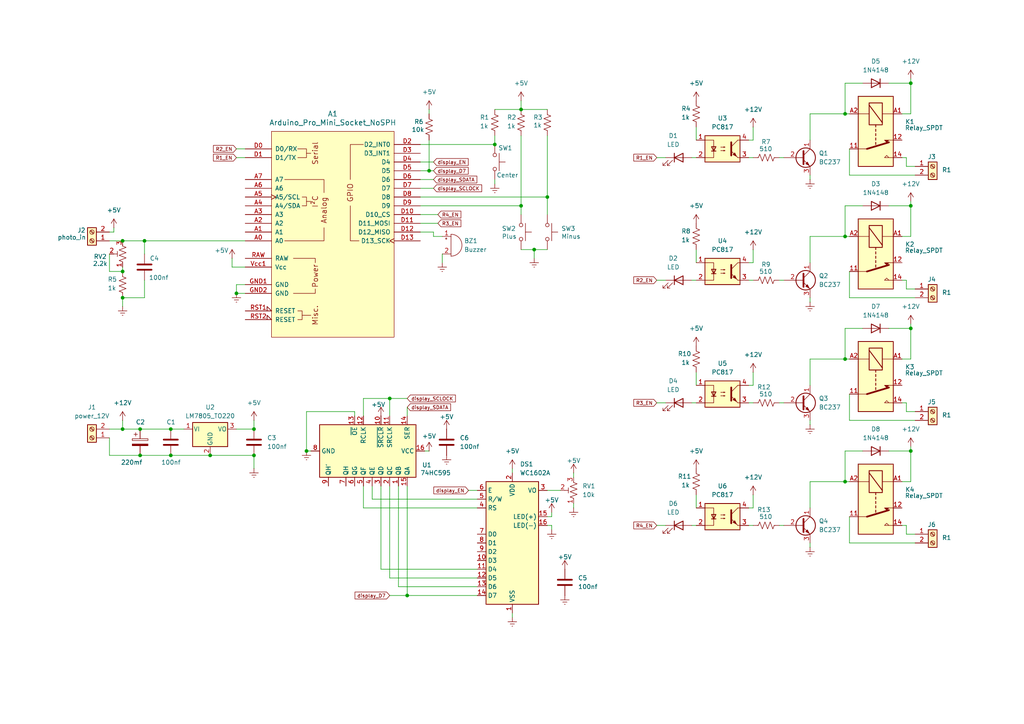
<source format=kicad_sch>
(kicad_sch (version 20231120) (generator "eeschema") (generator_version "8.0")
  (paper "A4")
  (junction (at 245.11 104.14))
  (junction (at 40.64 124.46))
  (junction (at 35.56 86.36))
  (junction (at 41.91 69.85))
  (junction (at 245.11 33.02))
  (junction (at 151.13 31.75))
  (junction (at 113.03 115.57))
  (junction (at 264.16 59.69))
  (junction (at 245.11 68.58))
  (junction (at 264.16 95.25))
  (junction (at 35.56 124.46))
  (junction (at 264.16 24.13))
  (junction (at 40.64 132.08))
  (junction (at 143.51 41.91))
  (junction (at 68.58 85.09))
  (junction (at 35.56 78.74))
  (junction (at 73.66 124.46))
  (junction (at 154.94 72.39))
  (junction (at 73.66 132.08))
  (junction (at 49.53 132.08))
  (junction (at 158.75 57.15))
  (junction (at 264.16 130.81))
  (junction (at 118.11 172.72))
  (junction (at 124.46 49.53))
  (junction (at 60.96 132.08))
  (junction (at 35.56 69.85))
  (junction (at 245.11 139.7))
  (junction (at 49.53 124.46))
  (junction (at 88.9 130.81))
  (junction (at 151.13 59.69))
  (wire (pts (xy 218.44 143.51) (xy 218.44 147.32)))
  (wire (pts (xy 71.12 85.09) (xy 68.58 85.09)))
  (wire (pts (xy 262.89 154.94) (xy 265.43 154.94)))
  (wire (pts (xy 245.11 139.7) (xy 234.95 139.7)))
  (wire (pts (xy 217.17 111.76) (xy 218.44 111.76)))
  (wire (pts (xy 264.16 95.25) (xy 264.16 104.14)))
  (wire (pts (xy 166.37 146.05) (xy 166.37 147.32)))
  (wire (pts (xy 264.16 130.81) (xy 264.16 139.7)))
  (wire (pts (xy 31.75 67.31) (xy 33.02 67.31)))
  (wire (pts (xy 102.87 119.38) (xy 88.9 119.38)))
  (wire (pts (xy 201.93 72.39) (xy 201.93 76.2)))
  (wire (pts (xy 31.75 124.46) (xy 35.56 124.46)))
  (wire (pts (xy 262.89 81.28) (xy 261.62 81.28)))
  (wire (pts (xy 246.38 104.14) (xy 245.11 104.14)))
  (wire (pts (xy 158.75 142.24) (xy 162.56 142.24)))
  (wire (pts (xy 217.17 40.64) (xy 218.44 40.64)))
  (wire (pts (xy 190.5 152.4) (xy 193.04 152.4)))
  (wire (pts (xy 262.89 119.38) (xy 262.89 116.84)))
  (wire (pts (xy 154.94 72.39) (xy 158.75 72.39)))
  (wire (pts (xy 262.89 48.26) (xy 265.43 48.26)))
  (wire (pts (xy 121.92 41.91) (xy 143.51 41.91)))
  (wire (pts (xy 246.38 43.18) (xy 246.38 50.8)))
  (wire (pts (xy 261.62 139.7) (xy 264.16 139.7)))
  (wire (pts (xy 245.11 130.81) (xy 245.11 139.7)))
  (wire (pts (xy 113.03 140.97) (xy 113.03 167.64)))
  (wire (pts (xy 88.9 119.38) (xy 88.9 130.81)))
  (wire (pts (xy 105.41 140.97) (xy 105.41 147.32)))
  (wire (pts (xy 118.11 172.72) (xy 138.43 172.72)))
  (wire (pts (xy 158.75 57.15) (xy 158.75 62.23)))
  (wire (pts (xy 234.95 68.58) (xy 234.95 76.2)))
  (wire (pts (xy 35.56 69.85) (xy 41.91 69.85)))
  (wire (pts (xy 68.58 85.09) (xy 68.58 82.55)))
  (wire (pts (xy 218.44 72.39) (xy 218.44 76.2)))
  (wire (pts (xy 250.19 24.13) (xy 245.11 24.13)))
  (wire (pts (xy 31.75 73.66) (xy 31.75 78.74)))
  (wire (pts (xy 257.81 95.25) (xy 264.16 95.25)))
  (wire (pts (xy 35.56 86.36) (xy 35.56 88.9)))
  (wire (pts (xy 124.46 40.64) (xy 124.46 49.53)))
  (wire (pts (xy 226.06 116.84) (xy 227.33 116.84)))
  (wire (pts (xy 49.53 124.46) (xy 53.34 124.46)))
  (wire (pts (xy 121.92 59.69) (xy 151.13 59.69)))
  (wire (pts (xy 113.03 167.64) (xy 138.43 167.64)))
  (wire (pts (xy 200.66 81.28) (xy 201.93 81.28)))
  (wire (pts (xy 67.31 74.93) (xy 67.31 77.47)))
  (wire (pts (xy 41.91 73.66) (xy 41.91 69.85)))
  (wire (pts (xy 245.11 24.13) (xy 245.11 33.02)))
  (wire (pts (xy 201.93 143.51) (xy 201.93 147.32)))
  (wire (pts (xy 68.58 43.18) (xy 71.12 43.18)))
  (wire (pts (xy 121.92 64.77) (xy 127 64.77)))
  (wire (pts (xy 105.41 147.32) (xy 138.43 147.32)))
  (wire (pts (xy 262.89 154.94) (xy 262.89 152.4)))
  (wire (pts (xy 250.19 130.81) (xy 245.11 130.81)))
  (wire (pts (xy 40.64 124.46) (xy 35.56 124.46)))
  (wire (pts (xy 113.03 115.57) (xy 105.41 115.57)))
  (wire (pts (xy 226.06 152.4) (xy 227.33 152.4)))
  (wire (pts (xy 217.17 152.4) (xy 218.44 152.4)))
  (wire (pts (xy 31.75 69.85) (xy 35.56 69.85)))
  (wire (pts (xy 246.38 50.8) (xy 265.43 50.8)))
  (wire (pts (xy 121.92 46.99) (xy 125.73 46.99)))
  (wire (pts (xy 245.11 59.69) (xy 245.11 68.58)))
  (wire (pts (xy 226.06 45.72) (xy 227.33 45.72)))
  (wire (pts (xy 107.95 144.78) (xy 138.43 144.78)))
  (wire (pts (xy 40.64 132.08) (xy 49.53 132.08)))
  (wire (pts (xy 128.27 68.58) (xy 125.73 68.58)))
  (wire (pts (xy 148.59 177.8) (xy 148.59 179.07)))
  (wire (pts (xy 218.44 36.83) (xy 218.44 40.64)))
  (wire (pts (xy 160.02 152.4) (xy 160.02 153.67)))
  (wire (pts (xy 264.16 24.13) (xy 264.16 33.02)))
  (wire (pts (xy 246.38 149.86) (xy 246.38 157.48)))
  (wire (pts (xy 246.38 157.48) (xy 265.43 157.48)))
  (wire (pts (xy 105.41 115.57) (xy 105.41 120.65)))
  (wire (pts (xy 148.59 135.89) (xy 148.59 137.16)))
  (wire (pts (xy 151.13 59.69) (xy 151.13 62.23)))
  (wire (pts (xy 257.81 59.69) (xy 264.16 59.69)))
  (wire (pts (xy 262.89 83.82) (xy 265.43 83.82)))
  (wire (pts (xy 262.89 152.4) (xy 261.62 152.4)))
  (wire (pts (xy 201.93 36.83) (xy 201.93 40.64)))
  (wire (pts (xy 262.89 83.82) (xy 262.89 81.28)))
  (wire (pts (xy 128.27 73.66) (xy 128.27 76.2)))
  (wire (pts (xy 190.5 45.72) (xy 193.04 45.72)))
  (wire (pts (xy 190.5 81.28) (xy 193.04 81.28)))
  (wire (pts (xy 41.91 69.85) (xy 71.12 69.85)))
  (wire (pts (xy 261.62 104.14) (xy 264.16 104.14)))
  (wire (pts (xy 35.56 121.92) (xy 35.56 124.46)))
  (wire (pts (xy 217.17 147.32) (xy 218.44 147.32)))
  (wire (pts (xy 234.95 33.02) (xy 234.95 40.64)))
  (wire (pts (xy 121.92 52.07) (xy 125.73 52.07)))
  (wire (pts (xy 110.49 140.97) (xy 110.49 165.1)))
  (wire (pts (xy 90.17 130.81) (xy 88.9 130.81)))
  (wire (pts (xy 41.91 86.36) (xy 41.91 81.28)))
  (wire (pts (xy 143.51 52.07) (xy 143.51 53.34)))
  (wire (pts (xy 107.95 140.97) (xy 107.95 144.78)))
  (wire (pts (xy 73.66 121.92) (xy 73.66 124.46)))
  (wire (pts (xy 151.13 31.75) (xy 158.75 31.75)))
  (wire (pts (xy 33.02 66.04) (xy 33.02 67.31)))
  (wire (pts (xy 245.11 104.14) (xy 234.95 104.14)))
  (wire (pts (xy 200.66 45.72) (xy 201.93 45.72)))
  (wire (pts (xy 158.75 39.37) (xy 158.75 57.15)))
  (wire (pts (xy 121.92 62.23) (xy 127 62.23)))
  (wire (pts (xy 250.19 95.25) (xy 245.11 95.25)))
  (wire (pts (xy 113.03 115.57) (xy 113.03 120.65)))
  (wire (pts (xy 135.89 142.24) (xy 138.43 142.24)))
  (wire (pts (xy 234.95 139.7) (xy 234.95 147.32)))
  (wire (pts (xy 257.81 130.81) (xy 264.16 130.81)))
  (wire (pts (xy 246.38 86.36) (xy 265.43 86.36)))
  (wire (pts (xy 151.13 39.37) (xy 151.13 59.69)))
  (wire (pts (xy 73.66 132.08) (xy 73.66 135.89)))
  (wire (pts (xy 246.38 78.74) (xy 246.38 86.36)))
  (wire (pts (xy 234.95 157.48) (xy 234.95 158.75)))
  (wire (pts (xy 71.12 77.47) (xy 67.31 77.47)))
  (wire (pts (xy 261.62 33.02) (xy 264.16 33.02)))
  (wire (pts (xy 234.95 50.8) (xy 234.95 52.07)))
  (wire (pts (xy 40.64 124.46) (xy 49.53 124.46)))
  (wire (pts (xy 124.46 130.81) (xy 123.19 130.81)))
  (wire (pts (xy 118.11 118.11) (xy 118.11 120.65)))
  (wire (pts (xy 217.17 76.2) (xy 218.44 76.2)))
  (wire (pts (xy 160.02 148.59) (xy 160.02 149.86)))
  (wire (pts (xy 158.75 152.4) (xy 160.02 152.4)))
  (wire (pts (xy 264.16 22.86) (xy 264.16 24.13)))
  (wire (pts (xy 262.89 48.26) (xy 262.89 45.72)))
  (wire (pts (xy 35.56 86.36) (xy 41.91 86.36)))
  (wire (pts (xy 113.03 172.72) (xy 118.11 172.72)))
  (wire (pts (xy 217.17 81.28) (xy 218.44 81.28)))
  (wire (pts (xy 124.46 49.53) (xy 125.73 49.53)))
  (wire (pts (xy 264.16 59.69) (xy 264.16 68.58)))
  (wire (pts (xy 118.11 115.57) (xy 113.03 115.57)))
  (wire (pts (xy 40.64 132.08) (xy 31.75 132.08)))
  (wire (pts (xy 35.56 77.47) (xy 35.56 78.74)))
  (wire (pts (xy 264.16 93.98) (xy 264.16 95.25)))
  (wire (pts (xy 125.73 67.31) (xy 121.92 67.31)))
  (wire (pts (xy 257.81 24.13) (xy 264.16 24.13)))
  (wire (pts (xy 138.43 170.18) (xy 115.57 170.18)))
  (wire (pts (xy 115.57 140.97) (xy 115.57 170.18)))
  (wire (pts (xy 246.38 121.92) (xy 265.43 121.92)))
  (wire (pts (xy 151.13 72.39) (xy 154.94 72.39)))
  (wire (pts (xy 118.11 140.97) (xy 118.11 172.72)))
  (wire (pts (xy 68.58 124.46) (xy 73.66 124.46)))
  (wire (pts (xy 201.93 107.95) (xy 201.93 111.76)))
  (wire (pts (xy 138.43 165.1) (xy 110.49 165.1)))
  (wire (pts (xy 234.95 121.92) (xy 234.95 123.19)))
  (wire (pts (xy 250.19 59.69) (xy 245.11 59.69)))
  (wire (pts (xy 121.92 54.61) (xy 125.73 54.61)))
  (wire (pts (xy 121.92 57.15) (xy 158.75 57.15)))
  (wire (pts (xy 125.73 68.58) (xy 125.73 67.31)))
  (wire (pts (xy 166.37 137.16) (xy 166.37 138.43)))
  (wire (pts (xy 217.17 45.72) (xy 218.44 45.72)))
  (wire (pts (xy 246.38 139.7) (xy 245.11 139.7)))
  (wire (pts (xy 154.94 72.39) (xy 154.94 74.93)))
  (wire (pts (xy 60.96 132.08) (xy 73.66 132.08)))
  (wire (pts (xy 245.11 95.25) (xy 245.11 104.14)))
  (wire (pts (xy 68.58 82.55) (xy 71.12 82.55)))
  (wire (pts (xy 124.46 31.75) (xy 124.46 33.02)))
  (wire (pts (xy 143.51 31.75) (xy 151.13 31.75)))
  (wire (pts (xy 261.62 68.58) (xy 264.16 68.58)))
  (wire (pts (xy 49.53 132.08) (xy 60.96 132.08)))
  (wire (pts (xy 262.89 119.38) (xy 265.43 119.38)))
  (wire (pts (xy 200.66 152.4) (xy 201.93 152.4)))
  (wire (pts (xy 262.89 45.72) (xy 261.62 45.72)))
  (wire (pts (xy 68.58 45.72) (xy 71.12 45.72)))
  (wire (pts (xy 31.75 78.74) (xy 35.56 78.74)))
  (wire (pts (xy 234.95 104.14) (xy 234.95 111.76)))
  (wire (pts (xy 158.75 149.86) (xy 160.02 149.86)))
  (wire (pts (xy 200.66 116.84) (xy 201.93 116.84)))
  (wire (pts (xy 264.16 58.42) (xy 264.16 59.69)))
  (wire (pts (xy 102.87 120.65) (xy 102.87 119.38)))
  (wire (pts (xy 217.17 116.84) (xy 218.44 116.84)))
  (wire (pts (xy 246.38 33.02) (xy 245.11 33.02)))
  (wire (pts (xy 121.92 49.53) (xy 124.46 49.53)))
  (wire (pts (xy 143.51 39.37) (xy 143.51 41.91)))
  (wire (pts (xy 262.89 116.84) (xy 261.62 116.84)))
  (wire (pts (xy 190.5 116.84) (xy 193.04 116.84)))
  (wire (pts (xy 218.44 107.95) (xy 218.44 111.76)))
  (wire (pts (xy 246.38 114.3) (xy 246.38 121.92)))
  (wire (pts (xy 226.06 81.28) (xy 227.33 81.28)))
  (wire (pts (xy 151.13 29.21) (xy 151.13 31.75)))
  (wire (pts (xy 31.75 132.08) (xy 31.75 127)))
  (wire (pts (xy 246.38 68.58) (xy 245.11 68.58)))
  (wire (pts (xy 245.11 33.02) (xy 234.95 33.02)))
  (wire (pts (xy 245.11 68.58) (xy 234.95 68.58)))
  (wire (pts (xy 234.95 86.36) (xy 234.95 87.63)))
  (wire (pts (xy 264.16 129.54) (xy 264.16 130.81)))
  (global_label "R1_EN" (shape input) (at 190.5 45.72 180) (effects (font (size 1.016 1.016))) (property "Intersheetrefs" "${INTERSHEET_REFS}" (effects (hide yes))))
  (global_label "R2_EN" (shape input) (at 68.58 43.18 180) (effects (font (size 1.016 1.016))) (property "Intersheetrefs" "${INTERSHEET_REFS}" (effects (hide yes))))
  (global_label "display_SDATA" (shape input) (at 125.73 52.07 0) (effects (font (size 1.016 1.016))) (property "Intersheetrefs" "${INTERSHEET_REFS}" (effects (hide yes))))
  (global_label "R2_EN" (shape input) (at 190.5 81.28 180) (effects (font (size 1.016 1.016))) (property "Intersheetrefs" "${INTERSHEET_REFS}" (effects (hide yes))))
  (global_label "R3_EN" (shape input) (at 127 64.77 0) (effects (font (size 1.016 1.016))) (property "Intersheetrefs" "${INTERSHEET_REFS}" (effects (hide yes))))
  (global_label "R1_EN" (shape input) (at 68.58 45.72 180) (effects (font (size 1.016 1.016))) (property "Intersheetrefs" "${INTERSHEET_REFS}" (effects (hide yes))))
  (global_label "display_EN" (shape input) (at 125.73 46.99 0) (effects (font (size 1.016 1.016))) (property "Intersheetrefs" "${INTERSHEET_REFS}" (effects (hide yes))))
  (global_label "display_EN" (shape input) (at 135.89 142.24 180) (effects (font (size 1.016 1.016))) (property "Intersheetrefs" "${INTERSHEET_REFS}" (effects (hide yes))))
  (global_label "R3_EN" (shape input) (at 190.5 116.84 180) (effects (font (size 1.016 1.016))) (property "Intersheetrefs" "${INTERSHEET_REFS}" (effects (hide yes))))
  (global_label "display_SCLOCK" (shape input) (at 125.73 54.61 0) (effects (font (size 1.016 1.016))) (property "Intersheetrefs" "${INTERSHEET_REFS}" (effects (hide yes))))
  (global_label "display_SCLOCK" (shape input) (at 118.11 115.57 0) (effects (font (size 1.016 1.016))) (property "Intersheetrefs" "${INTERSHEET_REFS}" (effects (hide yes))))
  (global_label "display_D7" (shape input) (at 113.03 172.72 180) (effects (font (size 1.016 1.016))) (property "Intersheetrefs" "${INTERSHEET_REFS}" (effects (hide yes))))
  (global_label "R4_EN" (shape input) (at 127 62.23 0) (effects (font (size 1.016 1.016))) (property "Intersheetrefs" "${INTERSHEET_REFS}" (effects (hide yes))))
  (global_label "display_D7" (shape input) (at 125.73 49.53 0) (effects (font (size 1.016 1.016))) (property "Intersheetrefs" "${INTERSHEET_REFS}" (effects (hide yes))))
  (global_label "display_SDATA" (shape input) (at 118.11 118.11 0) (effects (font (size 1.016 1.016))) (property "Intersheetrefs" "${INTERSHEET_REFS}" (effects (hide yes))))
  (global_label "R4_EN" (shape input) (at 190.5 152.4 180) (effects (font (size 1.016 1.016))) (property "Intersheetrefs" "${INTERSHEET_REFS}" (effects (hide yes))))
  (symbol (lib_id "power:GNDREF") (at 88.9 130.81 0) (unit 1)
    (property "Reference" "#PWR032" (effects (hide yes)))
    (property "Value" "GNDREF" (effects (hide yes)))
    (property "Description" "Power symbol creates a global label with name \"GNDREF\" , reference supply ground" (effects (hide yes)))
  )
  (symbol (lib_id "Transistor_BJT:BC237") (at 232.41 152.4 0) (unit 1)
    (property "Reference" "Q4" (at 237.49 151.1299 0) (effects (justify left)))
    (property "Value" "BC237" (at 237.49 153.6699 0) (effects (justify left)))
    (property "Footprint" "Package_TO_SOT_THT:TO-92_Inline" (effects (hide yes)))
    (property "Datasheet" "http://www.onsemi.com/pub_link/Collateral/BC237-D.PDF" (effects (hide yes)))
    (property "Description" "100mA Ic, 50V Vce, Epitaxial Silicon NPN Transistor, TO-92" (effects (hide yes)))
  )
  (symbol (lib_id "Device:LED") (at 196.85 81.28 0) (unit 1)
    (property "Reference" "D2" (at 195.2625 74.93 0))
    (property "Value" "LED" (at 195.2625 77.47 0))
    (property "Footprint" "LED_THT:LED_D5.0mm" (effects (hide yes)))
    (property "Description" "Light emitting diode" (effects (hide yes)))
  )
  (symbol (lib_id "Switch:SW_Push") (at 143.51 46.99 270) (unit 1)
    (property "Reference" "SW1" (at 144.526 42.926 90) (effects (justify left)))
    (property "Value" "Center" (at 144.018 50.8 90) (effects (justify left)))
    (property "Footprint" "Connector_PinHeader_2.54mm:PinHeader_1x02_P2.54mm_Vertical" (effects (hide yes)))
    (property "Description" "Push button switch, generic, two pins" (effects (hide yes)))
  )
  (symbol (lib_id "Device:Buzzer") (at 130.81 71.12 0) (unit 1)
    (property "Reference" "BZ1" (at 134.62 69.8499 0) (effects (justify left)))
    (property "Value" "Buzzer" (at 134.62 72.3899 0) (effects (justify left)))
    (property "Footprint" "Buzzer_Beeper:Buzzer_15x7.5RM7.6" (effects (hide yes)))
    (property "Description" "Buzzer, polarized" (effects (hide yes)))
  )
  (symbol (lib_id "power:+12V") (at 264.16 22.86 0) (unit 1)
    (property "Reference" "#PWR018" (effects (hide yes)))
    (property "Value" "+12V" (at 264.16 17.78 0))
    (property "Description" "Power symbol creates a global label with name \"+12V\"" (effects (hide yes)))
  )
  (symbol (lib_id "power:+5V") (at 160.02 148.59 0) (unit 1)
    (property "Reference" "#PWR037" (effects (hide yes)))
    (property "Value" "+5V" (at 160.02 145.034 0))
    (property "Description" "Power symbol creates a global label with name \"+5V\"" (effects (hide yes)))
  )
  (symbol (lib_id "power:+5V") (at 151.13 29.21 0) (unit 1)
    (property "Reference" "#PWR09" (effects (hide yes)))
    (property "Value" "+5V" (at 151.13 24.13 0))
    (property "Description" "Power symbol creates a global label with name \"+5V\"" (effects (hide yes)))
  )
  (symbol (lib_id "Connector:Screw_Terminal_01x02") (at 270.51 48.26 0) (unit 1)
    (property "Reference" "J3" (at 270.256 45.466 0))
    (property "Value" "R1" (at 274.574 49.276 0))
    (property "Footprint" "TerminalBlock:TerminalBlock_MaiXu_MX126-5.0-02P_1x02_P5.00mm" (effects (hide yes)))
    (property "Description" "Generic screw terminal, single row, 01x02, script generated (kicad-library-utils/schlib/autogen/connector/)" (effects (hide yes)))
  )
  (symbol (lib_id "Device:C") (at 73.66 128.27 0) (unit 1)
    (property "Reference" "C3" (at 77.47 126.9999 0) (effects (justify left)))
    (property "Value" "100nf" (at 77.47 129.5399 0) (effects (justify left)))
    (property "Footprint" "Capacitor_THT:C_Rect_L7.2mm_W3.5mm_P5.00mm_FKS2_FKP2_MKS2_MKP2" (effects (hide yes)))
    (property "Description" "Unpolarized capacitor" (effects (hide yes)))
  )
  (symbol (lib_id "power:GNDREF") (at 35.56 88.9 0) (unit 1)
    (property "Reference" "#PWR031" (effects (hide yes)))
    (property "Value" "GNDREF" (effects (hide yes)))
    (property "Description" "Power symbol creates a global label with name \"GNDREF\" , reference supply ground" (effects (hide yes)))
  )
  (symbol (lib_id "power:+12V") (at 218.44 72.39 0) (unit 1)
    (property "Reference" "#PWR020" (effects (hide yes)))
    (property "Value" "+12V" (at 218.44 67.31 0))
    (property "Description" "Power symbol creates a global label with name \"+12V\"" (effects (hide yes)))
  )
  (symbol (lib_id "Device:R_US") (at 143.51 35.56 0) (unit 1)
    (property "Reference" "R1" (at 139.192 34.036 0) (effects (justify left)))
    (property "Value" "1k" (at 139.192 36.576 0) (effects (justify left)))
    (property "Footprint" "Resistor_THT:R_Axial_DIN0207_L6.3mm_D2.5mm_P10.16mm_Horizontal" (effects (hide yes)))
    (property "Description" "Resistor, US symbol" (effects (hide yes)))
  )
  (symbol (lib_id "Device:R_US") (at 158.75 35.56 0) (unit 1)
    (property "Reference" "R3" (at 154.686 34.036 0) (effects (justify left)))
    (property "Value" "1k" (at 154.686 36.322 0) (effects (justify left)))
    (property "Footprint" "Resistor_THT:R_Axial_DIN0207_L6.3mm_D2.5mm_P10.16mm_Horizontal" (effects (hide yes)))
    (property "Description" "Resistor, US symbol" (effects (hide yes)))
  )
  (symbol (lib_id "power:GNDREF") (at 143.51 53.34 0) (unit 1)
    (property "Reference" "#PWR012" (effects (hide yes)))
    (property "Value" "GNDREF" (effects (hide yes)))
    (property "Description" "Power symbol creates a global label with name \"GNDREF\" , reference supply ground" (effects (hide yes)))
  )
  (symbol (lib_id "power:+5V") (at 129.54 124.46 0) (unit 1)
    (property "Reference" "#PWR041" (effects (hide yes)))
    (property "Value" "+5V" (at 129.54 120.904 0))
    (property "Description" "Power symbol creates a global label with name \"+5V\"" (effects (hide yes)))
  )
  (symbol (lib_id "Device:R_US") (at 201.93 68.58 0) (unit 1)
    (property "Reference" "R8" (at 197.612 67.056 0) (effects (justify left)))
    (property "Value" "1k" (at 197.612 69.596 0) (effects (justify left)))
    (property "Footprint" "Resistor_THT:R_Axial_DIN0207_L6.3mm_D2.5mm_P10.16mm_Horizontal" (effects (hide yes)))
    (property "Description" "Resistor, US symbol" (effects (hide yes)))
  )
  (symbol (lib_id "Display_Character:WC1602A") (at 148.59 157.48 0) (unit 1)
    (property "Reference" "DS1" (at 150.7841 134.62 0) (effects (justify left)))
    (property "Value" "WC1602A" (at 150.7841 137.16 0) (effects (justify left)))
    (property "Footprint" "Connector_PinHeader_2.54mm:PinHeader_1x16_P2.54mm_Vertical" (effects (hide yes)))
    (property "Datasheet" "http://www.wincomlcd.com/pdf/WC1602A-SFYLYHTC06.pdf" (effects (hide yes)))
    (property "Description" "LCD 16x2 Alphanumeric , 8 bit parallel bus, 5V VDD" (effects (hide yes)))
  )
  (symbol (lib_id "power:+5V") (at 163.83 165.1 0) (unit 1)
    (property "Reference" "#PWR07" (effects (hide yes)))
    (property "Value" "+5V" (at 163.83 161.544 0))
    (property "Description" "Power symbol creates a global label with name \"+5V\"" (effects (hide yes)))
  )
  (symbol (lib_id "Switch:SW_Push") (at 158.75 67.31 270) (unit 1)
    (property "Reference" "SW3" (at 164.846 66.294 90))
    (property "Value" "Minus" (at 165.608 68.58 90))
    (property "Footprint" "Connector_PinHeader_2.54mm:PinHeader_1x02_P2.54mm_Vertical" (effects (hide yes)))
    (property "Description" "Push button switch, generic, two pins" (effects (hide yes)))
  )
  (symbol (lib_id "Device:R_US") (at 222.25 81.28 90) (unit 1)
    (property "Reference" "R9" (at 223.52 76.708 90) (effects (justify left)))
    (property "Value" "510" (at 224.028 78.74 90) (effects (justify left)))
    (property "Footprint" "Resistor_THT:R_Axial_DIN0207_L6.3mm_D2.5mm_P10.16mm_Horizontal" (effects (hide yes)))
    (property "Description" "Resistor, US symbol" (effects (hide yes)))
  )
  (symbol (lib_id "Connector:Screw_Terminal_01x02") (at 270.51 154.94 0) (unit 1)
    (property "Reference" "J6" (at 270.256 152.146 0))
    (property "Value" "R1" (at 274.574 155.956 0))
    (property "Footprint" "TerminalBlock:TerminalBlock_MaiXu_MX126-5.0-02P_1x02_P5.00mm" (effects (hide yes)))
    (property "Description" "Generic screw terminal, single row, 01x02, script generated (kicad-library-utils/schlib/autogen/connector/)" (effects (hide yes)))
  )
  (symbol (lib_id "Diode:1N4148") (at 254 130.81 180) (unit 1)
    (property "Reference" "D8" (at 254 124.46 0))
    (property "Value" "1N4148" (at 254 127 0))
    (property "Footprint" "Diode_THT:D_DO-35_SOD27_P7.62mm_Horizontal" (effects (hide yes)))
    (property "Datasheet" "https://assets.nexperia.com/documents/data-sheet/1N4148_1N4448.pdf" (effects (hide yes)))
    (property "Description" "100V 0.15A standard switching diode, DO-35" (effects (hide yes)))
    (property "Sim.Device" "D" (effects (hide yes)))
    (property "Sim.Pins" "1=K 2=A" (effects (hide yes)))
  )
  (symbol (lib_id "Device:C") (at 129.54 128.27 0) (unit 1)
    (property "Reference" "C6" (at 133.35 126.9999 0) (effects (justify left)))
    (property "Value" "100nf" (at 133.35 129.5399 0) (effects (justify left)))
    (property "Footprint" "Capacitor_THT:C_Rect_L7.2mm_W3.5mm_P5.00mm_FKS2_FKP2_MKS2_MKP2" (effects (hide yes)))
    (property "Description" "Unpolarized capacitor" (effects (hide yes)))
  )
  (symbol (lib_id "Isolator:PC817") (at 209.55 78.74 0) (unit 1)
    (property "Reference" "U4" (at 209.55 69.85 0))
    (property "Value" "PC817" (at 209.55 72.39 0))
    (property "Footprint" "Package_DIP:DIP-4_W7.62mm" (effects (hide yes)))
    (property "Datasheet" "http://www.soselectronic.cz/a_info/resource/d/pc817.pdf" (effects (hide yes)))
    (property "Description" "DC Optocoupler, Vce 35V, CTR 50-300%, DIP-4" (effects (hide yes)))
  )
  (symbol (lib_id "power:GNDREF") (at 154.94 74.93 0) (unit 1)
    (property "Reference" "#PWR010" (effects (hide yes)))
    (property "Value" "GNDREF" (effects (hide yes)))
    (property "Description" "Power symbol creates a global label with name \"GNDREF\" , reference supply ground" (effects (hide yes)))
  )
  (symbol (lib_id "power:GNDREF") (at 148.59 179.07 0) (unit 1)
    (property "Reference" "#PWR033" (effects (hide yes)))
    (property "Value" "GNDREF" (effects (hide yes)))
    (property "Description" "Power symbol creates a global label with name \"GNDREF\" , reference supply ground" (effects (hide yes)))
  )
  (symbol (lib_id "Device:R_Potentiometer_Trim_US") (at 166.37 142.24 180) (unit 1)
    (property "Reference" "RV1" (at 168.91 140.9699 0) (effects (justify right)))
    (property "Value" "10k" (at 168.91 143.5099 0) (effects (justify right)))
    (property "Footprint" "Potentiometer_THT:Potentiometer_Piher_PT-10-V10_Vertical" (effects (hide yes)))
    (property "Description" "Trim-potentiometer, US symbol" (effects (hide yes)))
  )
  (symbol (lib_id "power:+5V") (at 201.93 100.33 0) (unit 1)
    (property "Reference" "#PWR019" (effects (hide yes)))
    (property "Value" "+5V" (at 201.93 95.25 0))
    (property "Description" "Power symbol creates a global label with name \"+5V\"" (effects (hide yes)))
  )
  (symbol (lib_id "Connector:Screw_Terminal_01x02") (at 270.51 119.38 0) (unit 1)
    (property "Reference" "J5" (at 270.256 116.586 0))
    (property "Value" "R1" (at 274.574 120.396 0))
    (property "Footprint" "TerminalBlock:TerminalBlock_MaiXu_MX126-5.0-02P_1x02_P5.00mm" (effects (hide yes)))
    (property "Description" "Generic screw terminal, single row, 01x02, script generated (kicad-library-utils/schlib/autogen/connector/)" (effects (hide yes)))
  )
  (symbol (lib_id "Device:LED") (at 196.85 45.72 0) (unit 1)
    (property "Reference" "D1" (at 195.2625 39.37 0))
    (property "Value" "LED" (at 195.2625 41.91 0))
    (property "Footprint" "LED_THT:LED_D5.0mm" (effects (hide yes)))
    (property "Description" "Light emitting diode" (effects (hide yes)))
  )
  (symbol (lib_id "74xx:74HC595") (at 107.95 130.81 270) (unit 1)
    (property "Reference" "U1" (at 122.428 134.874 90) (effects (justify left)))
    (property "Value" "74HC595" (at 121.92 137.16 90) (effects (justify left)))
    (property "Footprint" "Package_DIP:DIP-16_W7.62mm_Socket" (effects (hide yes)))
    (property "Datasheet" "http://www.ti.com/lit/ds/symlink/sn74hc595.pdf" (effects (hide yes)))
    (property "Description" "8-bit serial in/out Shift Register 3-State Outputs" (effects (hide yes)))
  )
  (symbol (lib_id "power:GNDREF") (at 68.58 85.09 0) (unit 1)
    (property "Reference" "#PWR06" (effects (hide yes)))
    (property "Value" "GNDREF" (effects (hide yes)))
    (property "Description" "Power symbol creates a global label with name \"GNDREF\" , reference supply ground" (effects (hide yes)))
  )
  (symbol (lib_id "power:+5V") (at 166.37 137.16 0) (unit 1)
    (property "Reference" "#PWR039" (effects (hide yes)))
    (property "Value" "+5V" (at 166.37 133.604 0))
    (property "Description" "Power symbol creates a global label with name \"+5V\"" (effects (hide yes)))
  )
  (symbol (lib_id "Transistor_BJT:BC237") (at 232.41 81.28 0) (unit 1)
    (property "Reference" "Q2" (at 237.49 80.0099 0) (effects (justify left)))
    (property "Value" "BC237" (at 237.49 82.5499 0) (effects (justify left)))
    (property "Footprint" "Package_TO_SOT_THT:TO-92_Inline" (effects (hide yes)))
    (property "Datasheet" "http://www.onsemi.com/pub_link/Collateral/BC237-D.PDF" (effects (hide yes)))
    (property "Description" "100mA Ic, 50V Vce, Epitaxial Silicon NPN Transistor, TO-92" (effects (hide yes)))
  )
  (symbol (lib_id "Connector:Screw_Terminal_01x02") (at 26.67 127 180) (unit 1)
    (property "Reference" "J1" (at 26.67 118.11 0))
    (property "Value" "power_12V" (at 26.67 120.65 0))
    (property "Footprint" "TerminalBlock:TerminalBlock_MaiXu_MX126-5.0-02P_1x02_P5.00mm" (effects (hide yes)))
    (property "Description" "Generic screw terminal, single row, 01x02, script generated (kicad-library-utils/schlib/autogen/connector/)" (effects (hide yes)))
  )
  (symbol (lib_id "power:GNDREF") (at 163.83 172.72 0) (unit 1)
    (property "Reference" "#PWR035" (effects (hide yes)))
    (property "Value" "GNDREF" (effects (hide yes)))
    (property "Description" "Power symbol creates a global label with name \"GNDREF\" , reference supply ground" (effects (hide yes)))
  )
  (symbol (lib_id "Device:R_US") (at 124.46 36.83 0) (unit 1)
    (property "Reference" "R6" (at 120.142 35.306 0) (effects (justify left)))
    (property "Value" "10k" (at 119.38 37.592 0) (effects (justify left)))
    (property "Footprint" "Resistor_THT:R_Axial_DIN0207_L6.3mm_D2.5mm_P10.16mm_Horizontal" (effects (hide yes)))
    (property "Description" "Resistor, US symbol" (effects (hide yes)))
  )
  (symbol (lib_id "power:+12V") (at 35.56 121.92 0) (unit 1)
    (property "Reference" "#PWR03" (effects (hide yes)))
    (property "Value" "+12V" (at 35.56 116.84 0))
    (property "Description" "Power symbol creates a global label with name \"+12V\"" (effects (hide yes)))
  )
  (symbol (lib_id "Connector:Screw_Terminal_01x02") (at 270.51 83.82 0) (unit 1)
    (property "Reference" "J4" (at 270.256 81.026 0))
    (property "Value" "R1" (at 274.574 84.836 0))
    (property "Footprint" "TerminalBlock:TerminalBlock_MaiXu_MX126-5.0-02P_1x02_P5.00mm" (effects (hide yes)))
    (property "Description" "Generic screw terminal, single row, 01x02, script generated (kicad-library-utils/schlib/autogen/connector/)" (effects (hide yes)))
  )
  (symbol (lib_id "Relay:Relay_SPDT") (at 254 73.66 270) (unit 1)
    (property "Reference" "K2" (at 263.906 70.866 90))
    (property "Value" "Relay_SPDT" (at 267.97 72.644 90))
    (property "Footprint" "Relay_THT:Relay_1-Form-C_Schrack-RYII_RM3.2mm" (effects (hide yes)))
    (property "Description" "Relay SPDT, monostable, EN50005" (effects (hide yes)))
  )
  (symbol (lib_id "Device:C_Polarized") (at 40.64 128.27 0) (unit 1)
    (property "Reference" "C2" (at 39.37 122.428 0) (effects (justify left)))
    (property "Value" "220mf" (at 35.052 134.112 0) (effects (justify left)))
    (property "Footprint" "Capacitor_THT:C_Radial_D10.0mm_H12.5mm_P5.00mm" (effects (hide yes)))
    (property "Description" "Polarized capacitor" (effects (hide yes)))
  )
  (symbol (lib_id "power:GNDREF") (at 160.02 153.67 0) (unit 1)
    (property "Reference" "#PWR038" (effects (hide yes)))
    (property "Value" "GNDREF" (effects (hide yes)))
    (property "Description" "Power symbol creates a global label with name \"GNDREF\" , reference supply ground" (effects (hide yes)))
  )
  (symbol (lib_id "Diode:1N4148") (at 254 95.25 180) (unit 1)
    (property "Reference" "D7" (at 254 88.9 0))
    (property "Value" "1N4148" (at 254 91.44 0))
    (property "Footprint" "Diode_THT:D_DO-35_SOD27_P7.62mm_Horizontal" (effects (hide yes)))
    (property "Datasheet" "https://assets.nexperia.com/documents/data-sheet/1N4148_1N4448.pdf" (effects (hide yes)))
    (property "Description" "100V 0.15A standard switching diode, DO-35" (effects (hide yes)))
    (property "Sim.Device" "D" (effects (hide yes)))
    (property "Sim.Pins" "1=K 2=A" (effects (hide yes)))
  )
  (symbol (lib_id "Regulator_Linear:LM7805_TO220") (at 60.96 124.46 0) (unit 1)
    (property "Reference" "U2" (at 60.96 118.11 0))
    (property "Value" "LM7805_TO220" (at 60.96 120.65 0))
    (property "Footprint" "Package_TO_SOT_THT:TO-220-3_Vertical" (effects (hide yes)))
    (property "Datasheet" "https://www.onsemi.cn/PowerSolutions/document/MC7800-D.PDF" (effects (hide yes)))
    (property "Description" "Positive 1A 35V Linear Regulator, Fixed Output 5V, TO-220" (effects (hide yes)))
  )
  (symbol (lib_id "power:+12V") (at 264.16 129.54 0) (unit 1)
    (property "Reference" "#PWR030" (effects (hide yes)))
    (property "Value" "+12V" (at 264.16 124.46 0))
    (property "Description" "Power symbol creates a global label with name \"+12V\"" (effects (hide yes)))
  )
  (symbol (lib_id "Diode:1N4148") (at 254 59.69 180) (unit 1)
    (property "Reference" "D3" (at 254 53.34 0))
    (property "Value" "1N4148" (at 254 55.88 0))
    (property "Footprint" "Diode_THT:D_DO-35_SOD27_P7.62mm_Horizontal" (effects (hide yes)))
    (property "Datasheet" "https://assets.nexperia.com/documents/data-sheet/1N4148_1N4448.pdf" (effects (hide yes)))
    (property "Description" "100V 0.15A standard switching diode, DO-35" (effects (hide yes)))
    (property "Sim.Device" "D" (effects (hide yes)))
    (property "Sim.Pins" "1=K 2=A" (effects (hide yes)))
  )
  (symbol (lib_id "power:+5V") (at 201.93 64.77 0) (unit 1)
    (property "Reference" "#PWR015" (effects (hide yes)))
    (property "Value" "+5V" (at 201.93 59.69 0))
    (property "Description" "Power symbol creates a global label with name \"+5V\"" (effects (hide yes)))
  )
  (symbol (lib_id "power:GNDREF") (at 166.37 147.32 0) (unit 1)
    (property "Reference" "#PWR040" (effects (hide yes)))
    (property "Value" "GNDREF" (effects (hide yes)))
    (property "Description" "Power symbol creates a global label with name \"GNDREF\" , reference supply ground" (effects (hide yes)))
  )
  (symbol (lib_id "Device:R_US") (at 201.93 104.14 0) (unit 1)
    (property "Reference" "R10" (at 196.596 102.616 0) (effects (justify left)))
    (property "Value" "1k" (at 197.612 105.156 0) (effects (justify left)))
    (property "Footprint" "Resistor_THT:R_Axial_DIN0207_L6.3mm_D2.5mm_P10.16mm_Horizontal" (effects (hide yes)))
    (property "Description" "Resistor, US symbol" (effects (hide yes)))
  )
  (symbol (lib_id "power:GNDREF") (at 234.95 87.63 0) (unit 1)
    (property "Reference" "#PWR021" (effects (hide yes)))
    (property "Value" "GNDREF" (effects (hide yes)))
    (property "Description" "Power symbol creates a global label with name \"GNDREF\" , reference supply ground" (effects (hide yes)))
  )
  (symbol (lib_id "Relay:Relay_SPDT") (at 254 38.1 270) (unit 1)
    (property "Reference" "K1" (at 263.906 35.306 90))
    (property "Value" "Relay_SPDT" (at 267.97 37.084 90))
    (property "Footprint" "Relay_THT:Relay_1-Form-C_Schrack-RYII_RM3.2mm" (effects (hide yes)))
    (property "Description" "Relay SPDT, monostable, EN50005" (effects (hide yes)))
  )
  (symbol (lib_id "Device:R_US") (at 222.25 45.72 90) (unit 1)
    (property "Reference" "R7" (at 223.52 41.148 90) (effects (justify left)))
    (property "Value" "510" (at 224.028 43.18 90) (effects (justify left)))
    (property "Footprint" "Resistor_THT:R_Axial_DIN0207_L6.3mm_D2.5mm_P10.16mm_Horizontal" (effects (hide yes)))
    (property "Description" "Resistor, US symbol" (effects (hide yes)))
  )
  (symbol (lib_id "power:+5V") (at 124.46 130.81 0) (unit 1)
    (property "Reference" "#PWR08" (effects (hide yes)))
    (property "Value" "+5V" (at 124.46 126.492 0))
    (property "Description" "Power symbol creates a global label with name \"+5V\"" (effects (hide yes)))
  )
  (symbol (lib_id "power:GNDREF") (at 129.54 132.08 0) (unit 1)
    (property "Reference" "#PWR042" (effects (hide yes)))
    (property "Value" "GNDREF" (effects (hide yes)))
    (property "Description" "Power symbol creates a global label with name \"GNDREF\" , reference supply ground" (effects (hide yes)))
  )
  (symbol (lib_id "Isolator:PC817") (at 209.55 43.18 0) (unit 1)
    (property "Reference" "U3" (at 209.55 34.29 0))
    (property "Value" "PC817" (at 209.55 36.83 0))
    (property "Footprint" "Package_DIP:DIP-4_W7.62mm" (effects (hide yes)))
    (property "Datasheet" "http://www.soselectronic.cz/a_info/resource/d/pc817.pdf" (effects (hide yes)))
    (property "Description" "DC Optocoupler, Vce 35V, CTR 50-300%, DIP-4" (effects (hide yes)))
  )
  (symbol (lib_id "power:+12V") (at 218.44 36.83 0) (unit 1)
    (property "Reference" "#PWR016" (effects (hide yes)))
    (property "Value" "+12V" (at 218.44 31.75 0))
    (property "Description" "Power symbol creates a global label with name \"+12V\"" (effects (hide yes)))
  )
  (symbol (lib_id "power:+5V") (at 110.49 120.65 0) (unit 1)
    (property "Reference" "#PWR036" (effects (hide yes)))
    (property "Value" "+5V" (at 109.728 117.348 0))
    (property "Description" "Power symbol creates a global label with name \"+5V\"" (effects (hide yes)))
  )
  (symbol (lib_id "Device:LED") (at 196.85 116.84 0) (unit 1)
    (property "Reference" "D4" (at 195.2625 110.49 0))
    (property "Value" "LED" (at 195.2625 113.03 0))
    (property "Footprint" "LED_THT:LED_D5.0mm" (effects (hide yes)))
    (property "Description" "Light emitting diode" (effects (hide yes)))
  )
  (symbol (lib_id "Transistor_BJT:BC237") (at 232.41 116.84 0) (unit 1)
    (property "Reference" "Q3" (at 237.49 115.5699 0) (effects (justify left)))
    (property "Value" "BC237" (at 237.49 118.1099 0) (effects (justify left)))
    (property "Footprint" "Package_TO_SOT_THT:TO-92_Inline" (effects (hide yes)))
    (property "Datasheet" "http://www.onsemi.com/pub_link/Collateral/BC237-D.PDF" (effects (hide yes)))
    (property "Description" "100mA Ic, 50V Vce, Epitaxial Silicon NPN Transistor, TO-92" (effects (hide yes)))
  )
  (symbol (lib_id "power:GNDREF") (at 73.66 135.89 0) (unit 1)
    (property "Reference" "#PWR02" (effects (hide yes)))
    (property "Value" "GNDREF" (effects (hide yes)))
    (property "Description" "Power symbol creates a global label with name \"GNDREF\" , reference supply ground" (effects (hide yes)))
  )
  (symbol (lib_id "power:+5V") (at 124.46 31.75 0) (unit 1)
    (property "Reference" "#PWR014" (effects (hide yes)))
    (property "Value" "+5V" (at 124.46 26.67 0))
    (property "Description" "Power symbol creates a global label with name \"+5V\"" (effects (hide yes)))
  )
  (symbol (lib_id "Transistor_BJT:BC237") (at 232.41 45.72 0) (unit 1)
    (property "Reference" "Q1" (at 237.49 44.4499 0) (effects (justify left)))
    (property "Value" "BC237" (at 237.49 46.9899 0) (effects (justify left)))
    (property "Footprint" "Package_TO_SOT_THT:TO-92_Inline" (effects (hide yes)))
    (property "Datasheet" "http://www.onsemi.com/pub_link/Collateral/BC237-D.PDF" (effects (hide yes)))
    (property "Description" "100mA Ic, 50V Vce, Epitaxial Silicon NPN Transistor, TO-92" (effects (hide yes)))
  )
  (symbol (lib_id "Device:C") (at 163.83 168.91 0) (unit 1)
    (property "Reference" "C5" (at 167.64 167.6399 0) (effects (justify left)))
    (property "Value" "100nf" (at 167.64 170.1799 0) (effects (justify left)))
    (property "Footprint" "Capacitor_THT:C_Rect_L7.2mm_W3.5mm_P5.00mm_FKS2_FKP2_MKS2_MKP2" (effects (hide yes)))
    (property "Description" "Unpolarized capacitor" (effects (hide yes)))
  )
  (symbol (lib_id "Device:R_US") (at 222.25 152.4 90) (unit 1)
    (property "Reference" "R13" (at 223.52 147.828 90) (effects (justify left)))
    (property "Value" "510" (at 224.028 149.86 90) (effects (justify left)))
    (property "Footprint" "Resistor_THT:R_Axial_DIN0207_L6.3mm_D2.5mm_P10.16mm_Horizontal" (effects (hide yes)))
    (property "Description" "Resistor, US symbol" (effects (hide yes)))
  )
  (symbol (lib_id "Connector:Screw_Terminal_01x02") (at 26.67 69.85 180) (unit 1)
    (property "Reference" "J2" (at 23.622 66.802 0))
    (property "Value" "photo_in" (at 20.828 68.834 0))
    (property "Footprint" "TerminalBlock:TerminalBlock_MaiXu_MX126-5.0-02P_1x02_P5.00mm" (effects (hide yes)))
    (property "Description" "Generic screw terminal, single row, 01x02, script generated (kicad-library-utils/schlib/autogen/connector/)" (effects (hide yes)))
  )
  (symbol (lib_id "power:+5V") (at 201.93 135.89 0) (unit 1)
    (property "Reference" "#PWR023" (effects (hide yes)))
    (property "Value" "+5V" (at 201.93 130.81 0))
    (property "Description" "Power symbol creates a global label with name \"+5V\"" (effects (hide yes)))
  )
  (symbol (lib_id "Device:C") (at 49.53 128.27 0) (unit 1)
    (property "Reference" "C1" (at 48.26 122.428 0) (effects (justify left)))
    (property "Value" "100nf" (at 46.736 134.112 0) (effects (justify left)))
    (property "Footprint" "Capacitor_THT:C_Rect_L7.2mm_W3.5mm_P5.00mm_FKS2_FKP2_MKS2_MKP2" (effects (hide yes)))
    (property "Description" "Unpolarized capacitor" (effects (hide yes)))
  )
  (symbol (lib_id "Device:C") (at 41.91 77.47 0) (unit 1)
    (property "Reference" "C4" (at 43.434 74.93 0) (effects (justify left)))
    (property "Value" "100nf" (at 43.18 80.518 0) (effects (justify left)))
    (property "Footprint" "Capacitor_THT:C_Rect_L7.2mm_W3.5mm_P5.00mm_FKS2_FKP2_MKS2_MKP2" (effects (hide yes)))
    (property "Description" "Unpolarized capacitor" (effects (hide yes)))
  )
  (symbol (lib_id "power:+5V") (at 33.02 66.04 0) (unit 1)
    (property "Reference" "#PWR013" (effects (hide yes)))
    (property "Value" "+5V" (at 33.02 60.96 0))
    (property "Description" "Power symbol creates a global label with name \"+5V\"" (effects (hide yes)))
  )
  (symbol (lib_id "Device:R_US") (at 222.25 116.84 90) (unit 1)
    (property "Reference" "R12" (at 223.52 112.268 90) (effects (justify left)))
    (property "Value" "510" (at 224.028 114.3 90) (effects (justify left)))
    (property "Footprint" "Resistor_THT:R_Axial_DIN0207_L6.3mm_D2.5mm_P10.16mm_Horizontal" (effects (hide yes)))
    (property "Description" "Resistor, US symbol" (effects (hide yes)))
  )
  (symbol (lib_id "Device:R_US") (at 201.93 33.02 0) (unit 1)
    (property "Reference" "R4" (at 197.612 31.496 0) (effects (justify left)))
    (property "Value" "1k" (at 197.612 34.036 0) (effects (justify left)))
    (property "Footprint" "Resistor_THT:R_Axial_DIN0207_L6.3mm_D2.5mm_P10.16mm_Horizontal" (effects (hide yes)))
    (property "Description" "Resistor, US symbol" (effects (hide yes)))
  )
  (symbol (lib_id "Device:R_Potentiometer_Trim_US") (at 35.56 73.66 180) (unit 1)
    (property "Reference" "RV2" (at 27.178 74.422 0) (effects (justify right)))
    (property "Value" "2.2k" (at 26.924 76.454 0) (effects (justify right)))
    (property "Footprint" "Potentiometer_THT:Potentiometer_Piher_PT-10-V10_Vertical" (effects (hide yes)))
    (property "Description" "Trim-potentiometer, US symbol" (effects (hide yes)))
  )
  (symbol (lib_id "Device:LED") (at 196.85 152.4 0) (unit 1)
    (property "Reference" "D6" (at 195.2625 146.05 0))
    (property "Value" "LED" (at 195.2625 148.59 0))
    (property "Footprint" "LED_THT:LED_D5.0mm" (effects (hide yes)))
    (property "Description" "Light emitting diode" (effects (hide yes)))
  )
  (symbol (lib_id "Isolator:PC817") (at 209.55 114.3 0) (unit 1)
    (property "Reference" "U5" (at 209.55 105.41 0))
    (property "Value" "PC817" (at 209.55 107.95 0))
    (property "Footprint" "Package_DIP:DIP-4_W7.62mm" (effects (hide yes)))
    (property "Datasheet" "http://www.soselectronic.cz/a_info/resource/d/pc817.pdf" (effects (hide yes)))
    (property "Description" "DC Optocoupler, Vce 35V, CTR 50-300%, DIP-4" (effects (hide yes)))
  )
  (symbol (lib_id "power:GNDREF") (at 128.27 76.2 0) (unit 1)
    (property "Reference" "#PWR011" (effects (hide yes)))
    (property "Value" "GNDREF" (effects (hide yes)))
    (property "Description" "Power symbol creates a global label with name \"GNDREF\" , reference supply ground" (effects (hide yes)))
  )
  (symbol (lib_id "power:+12V") (at 218.44 143.51 0) (unit 1)
    (property "Reference" "#PWR026" (effects (hide yes)))
    (property "Value" "+12V" (at 218.44 138.43 0))
    (property "Description" "Power symbol creates a global label with name \"+12V\"" (effects (hide yes)))
  )
  (symbol (lib_id "Isolator:PC817") (at 209.55 149.86 0) (unit 1)
    (property "Reference" "U6" (at 209.55 140.97 0))
    (property "Value" "PC817" (at 209.55 143.51 0))
    (property "Footprint" "Package_DIP:DIP-4_W7.62mm" (effects (hide yes)))
    (property "Datasheet" "http://www.soselectronic.cz/a_info/resource/d/pc817.pdf" (effects (hide yes)))
    (property "Description" "DC Optocoupler, Vce 35V, CTR 50-300%, DIP-4" (effects (hide yes)))
  )
  (symbol (lib_id "power:+5V") (at 67.31 74.93 0) (unit 1)
    (property "Reference" "#PWR05" (effects (hide yes)))
    (property "Value" "+5V" (at 64.262 72.644 0))
    (property "Description" "Power symbol creates a global label with name \"+5V\"" (effects (hide yes)))
  )
  (symbol (lib_id "Device:R_US") (at 35.56 82.55 0) (unit 1)
    (property "Reference" "R5" (at 31.242 81.026 0) (effects (justify left)))
    (property "Value" "1k" (at 31.242 83.566 0) (effects (justify left)))
    (property "Footprint" "Resistor_THT:R_Axial_DIN0207_L6.3mm_D2.5mm_P10.16mm_Horizontal" (effects (hide yes)))
    (property "Description" "Resistor, US symbol" (effects (hide yes)))
  )
  (symbol (lib_id "Device:R_US") (at 201.93 139.7 0) (unit 1)
    (property "Reference" "R11" (at 196.596 138.176 0) (effects (justify left)))
    (property "Value" "1k" (at 197.612 140.716 0) (effects (justify left)))
    (property "Footprint" "Resistor_THT:R_Axial_DIN0207_L6.3mm_D2.5mm_P10.16mm_Horizontal" (effects (hide yes)))
    (property "Description" "Resistor, US symbol" (effects (hide yes)))
  )
  (symbol (lib_id "power:GNDREF") (at 234.95 52.07 0) (unit 1)
    (property "Reference" "#PWR017" (effects (hide yes)))
    (property "Value" "GNDREF" (effects (hide yes)))
    (property "Description" "Power symbol creates a global label with name \"GNDREF\" , reference supply ground" (effects (hide yes)))
  )
  (symbol (lib_id "Diode:1N4148") (at 254 24.13 180) (unit 1)
    (property "Reference" "D5" (at 254 17.78 0))
    (property "Value" "1N4148" (at 254 20.32 0))
    (property "Footprint" "Diode_THT:D_DO-35_SOD27_P7.62mm_Horizontal" (effects (hide yes)))
    (property "Datasheet" "https://assets.nexperia.com/documents/data-sheet/1N4148_1N4448.pdf" (effects (hide yes)))
    (property "Description" "100V 0.15A standard switching diode, DO-35" (effects (hide yes)))
    (property "Sim.Device" "D" (effects (hide yes)))
    (property "Sim.Pins" "1=K 2=A" (effects (hide yes)))
  )
  (symbol (lib_id "power:GNDREF") (at 234.95 123.19 0) (unit 1)
    (property "Reference" "#PWR027" (effects (hide yes)))
    (property "Value" "GNDREF" (effects (hide yes)))
    (property "Description" "Power symbol creates a global label with name \"GNDREF\" , reference supply ground" (effects (hide yes)))
  )
  (symbol (lib_id "Relay:Relay_SPDT") (at 254 144.78 270) (unit 1)
    (property "Reference" "K4" (at 263.906 141.986 90))
    (property "Value" "Relay_SPDT" (at 267.97 143.764 90))
    (property "Footprint" "Relay_THT:Relay_1-Form-C_Schrack-RYII_RM3.2mm" (effects (hide yes)))
    (property "Description" "Relay SPDT, monostable, EN50005" (effects (hide yes)))
  )
  (symbol (lib_id "power:GNDREF") (at 234.95 158.75 0) (unit 1)
    (property "Reference" "#PWR028" (effects (hide yes)))
    (property "Value" "GNDREF" (effects (hide yes)))
    (property "Description" "Power symbol creates a global label with name \"GNDREF\" , reference supply ground" (effects (hide yes)))
  )
  (symbol (lib_id "power:+12V") (at 264.16 58.42 0) (unit 1)
    (property "Reference" "#PWR022" (effects (hide yes)))
    (property "Value" "+12V" (at 264.16 53.34 0))
    (property "Description" "Power symbol creates a global label with name \"+12V\"" (effects (hide yes)))
  )
  (symbol (lib_id "power:+5V") (at 148.59 135.89 0) (unit 1)
    (property "Reference" "#PWR034" (effects (hide yes)))
    (property "Value" "+5V" (at 148.59 130.81 0))
    (property "Description" "Power symbol creates a global label with name \"+5V\"" (effects (hide yes)))
  )
  (symbol (lib_id "Switch:SW_Push") (at 151.13 67.31 270) (unit 1)
    (property "Reference" "SW2" (at 145.542 66.294 90) (effects (justify left)))
    (property "Value" "Plus" (at 145.542 68.58 90) (effects (justify left)))
    (property "Footprint" "Connector_PinHeader_2.54mm:PinHeader_1x02_P2.54mm_Vertical" (effects (hide yes)))
    (property "Description" "Push button switch, generic, two pins" (effects (hide yes)))
  )
  (symbol (lib_id "power:+5V") (at 73.66 121.92 0) (unit 1)
    (property "Reference" "#PWR01" (effects (hide yes)))
    (property "Value" "+5V" (at 73.66 116.84 0))
    (property "Description" "Power symbol creates a global label with name \"+5V\"" (effects (hide yes)))
  )
  (symbol (lib_id "power:+5V") (at 201.93 29.21 0) (unit 1)
    (property "Reference" "#PWR04" (effects (hide yes)))
    (property "Value" "+5V" (at 201.93 24.13 0))
    (property "Description" "Power symbol creates a global label with name \"+5V\"" (effects (hide yes)))
  )
  (symbol (lib_id "Device:R_US") (at 151.13 35.56 0) (unit 1)
    (property "Reference" "R2" (at 147.066 34.036 0) (effects (justify left)))
    (property "Value" "1k" (at 147.066 36.576 0) (effects (justify left)))
    (property "Footprint" "Resistor_THT:R_Axial_DIN0207_L6.3mm_D2.5mm_P10.16mm_Horizontal" (effects (hide yes)))
    (property "Description" "Resistor, US symbol" (effects (hide yes)))
  )
  (symbol (lib_id "power:+12V") (at 264.16 93.98 0) (unit 1)
    (property "Reference" "#PWR029" (effects (hide yes)))
    (property "Value" "+12V" (at 264.16 88.9 0))
    (property "Description" "Power symbol creates a global label with name \"+12V\"" (effects (hide yes)))
  )
  (symbol (lib_id "Relay:Relay_SPDT") (at 254 109.22 270) (unit 1)
    (property "Reference" "K3" (at 263.906 106.426 90))
    (property "Value" "Relay_SPDT" (at 267.97 108.204 90))
    (property "Footprint" "Relay_THT:Relay_1-Form-C_Schrack-RYII_RM3.2mm" (effects (hide yes)))
    (property "Description" "Relay SPDT, monostable, EN50005" (effects (hide yes)))
  )
  (symbol (lib_id "power:+12V") (at 218.44 107.95 0) (unit 1)
    (property "Reference" "#PWR025" (effects (hide yes)))
    (property "Value" "+12V" (at 218.44 102.87 0))
    (property "Description" "Power symbol creates a global label with name \"+12V\"" (effects (hide yes)))
  )
  (symbol (lib_id "PCM_arduino-library:Arduino_Pro_Mini_Socket_NoSPH") (at 96.52 68.58 0) (unit 1)
    (property "Reference" "A1" (at 96.52 33.02 0) (effects (font (size 1.524 1.524))))
    (property "Value" "Arduino_Pro_Mini_Socket_NoSPH" (at 96.52 35.56 0) (effects (font (size 1.524 1.524))))
    (property "Footprint" "PCM_arduino-library:Arduino_Pro_Mini_Socket_NoSPH" (effects (hide yes)))
    (property "Datasheet" "https://docs.arduino.cc/retired/boards/arduino-pro-mini" (effects (hide yes)))
    (property "Description" "Socket for Arduino Pro Mini (without Programming Header Pins)" (effects (hide yes)))
  )
)
</source>
